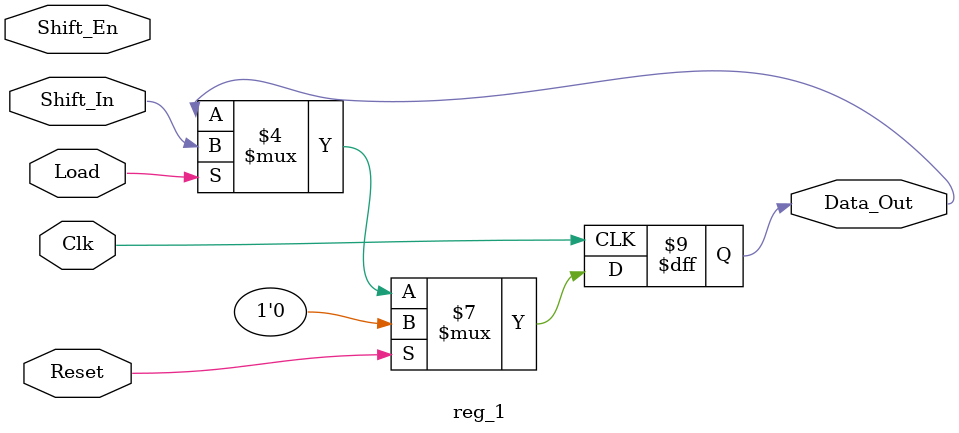
<source format=sv>
module reg_1 (input  logic Clk, Reset, Shift_In, Load, Shift_En,
              output logic Data_Out);

    always_ff @ (posedge Clk)
    begin
	 	 if (Reset) //notice, this is a sycnrhonous reset, which is recommended on the FPGA
			  Data_Out <= 1'b0;
		 else if (Load)
			  Data_Out <= Shift_In;
		 else if (Shift_En)
		 begin
			  //concatenate shifted in data to the previous left-most 3 bits
			  //note this works because we are in always_ff procedure block
			  Data_Out <= { Data_Out }; 
	    end
    end

endmodule

</source>
